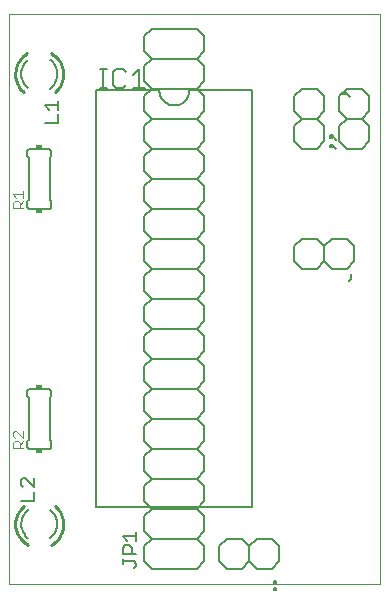
<source format=gto>
G75*
%MOIN*%
%OFA0B0*%
%FSLAX24Y24*%
%IPPOS*%
%LPD*%
%AMOC8*
5,1,8,0,0,1.08239X$1,22.5*
%
%ADD10C,0.0000*%
%ADD11C,0.0060*%
%ADD12C,0.0070*%
%ADD13C,0.0050*%
%ADD14C,0.0100*%
%ADD15C,0.0040*%
%ADD16R,0.0200X0.0150*%
D10*
X000130Y000487D02*
X000130Y019483D01*
X012500Y019483D01*
X012500Y000487D01*
X000130Y000487D01*
D11*
X000530Y002487D02*
X000532Y002534D01*
X000538Y002582D01*
X000547Y002628D01*
X000560Y002674D01*
X000576Y002718D01*
X000597Y002762D01*
X000620Y002803D01*
X000646Y002842D01*
X000676Y002879D01*
X000709Y002914D01*
X000744Y002946D01*
X000781Y002975D01*
X001730Y002487D02*
X001728Y002442D01*
X001723Y002396D01*
X001715Y002352D01*
X001703Y002308D01*
X001687Y002265D01*
X001669Y002223D01*
X001647Y002183D01*
X001623Y002145D01*
X001596Y002109D01*
X001566Y002074D01*
X001533Y002043D01*
X001498Y002013D01*
X001730Y002487D02*
X001728Y002532D01*
X001723Y002578D01*
X001715Y002622D01*
X001703Y002666D01*
X001687Y002709D01*
X001669Y002751D01*
X001647Y002791D01*
X001623Y002829D01*
X001596Y002865D01*
X001566Y002900D01*
X001533Y002931D01*
X001498Y002961D01*
X000530Y002487D02*
X000532Y002441D01*
X000537Y002395D01*
X000546Y002349D01*
X000558Y002304D01*
X000574Y002261D01*
X000593Y002219D01*
X000616Y002178D01*
X000641Y002139D01*
X000669Y002103D01*
X000700Y002068D01*
X000734Y002036D01*
X000770Y002007D01*
X000830Y004987D02*
X001430Y004987D01*
X001447Y004989D01*
X001464Y004993D01*
X001480Y005000D01*
X001494Y005010D01*
X001507Y005023D01*
X001517Y005037D01*
X001524Y005053D01*
X001528Y005070D01*
X001530Y005087D01*
X001530Y005237D01*
X001480Y005287D01*
X001480Y006687D01*
X001530Y006737D01*
X001530Y006887D01*
X001528Y006904D01*
X001524Y006921D01*
X001517Y006937D01*
X001507Y006951D01*
X001494Y006964D01*
X001480Y006974D01*
X001464Y006981D01*
X001447Y006985D01*
X001430Y006987D01*
X000830Y006987D01*
X000813Y006985D01*
X000796Y006981D01*
X000780Y006974D01*
X000766Y006964D01*
X000753Y006951D01*
X000743Y006937D01*
X000736Y006921D01*
X000732Y006904D01*
X000730Y006887D01*
X000730Y006737D01*
X000780Y006687D01*
X000780Y005287D01*
X000730Y005237D01*
X000730Y005087D01*
X000732Y005070D01*
X000736Y005053D01*
X000743Y005037D01*
X000753Y005023D01*
X000766Y005010D01*
X000780Y005000D01*
X000796Y004993D01*
X000813Y004989D01*
X000830Y004987D01*
X003030Y003037D02*
X003030Y016937D01*
X005130Y016937D01*
X004880Y016987D02*
X006380Y016987D01*
X006630Y016737D01*
X006630Y016237D01*
X006380Y015987D01*
X004880Y015987D01*
X004630Y016237D01*
X004630Y016737D01*
X004880Y016987D01*
X004630Y017237D01*
X004630Y017737D01*
X004880Y017987D01*
X006380Y017987D01*
X006630Y017737D01*
X006630Y017237D01*
X006380Y016987D01*
X006130Y016937D02*
X008230Y016937D01*
X008230Y003037D01*
X003030Y003037D01*
X004630Y003237D02*
X004630Y003737D01*
X004880Y003987D01*
X006380Y003987D01*
X006630Y004237D01*
X006630Y004737D01*
X006380Y004987D01*
X004880Y004987D01*
X004630Y005237D01*
X004630Y005737D01*
X004880Y005987D01*
X006380Y005987D01*
X006630Y006237D01*
X006630Y006737D01*
X006380Y006987D01*
X004880Y006987D01*
X004630Y007237D01*
X004630Y007737D01*
X004880Y007987D01*
X006380Y007987D01*
X006630Y007737D01*
X006630Y007237D01*
X006380Y006987D01*
X006380Y007987D02*
X006630Y008237D01*
X006630Y008737D01*
X006380Y008987D01*
X004880Y008987D01*
X004630Y009237D01*
X004630Y009737D01*
X004880Y009987D01*
X006380Y009987D01*
X006630Y009737D01*
X006630Y009237D01*
X006380Y008987D01*
X006380Y009987D02*
X006630Y010237D01*
X006630Y010737D01*
X006380Y010987D01*
X004880Y010987D01*
X004630Y011237D01*
X004630Y011737D01*
X004880Y011987D01*
X006380Y011987D01*
X006630Y011737D01*
X006630Y011237D01*
X006380Y010987D01*
X006380Y011987D02*
X006630Y012237D01*
X006630Y012737D01*
X006380Y012987D01*
X004880Y012987D01*
X004630Y013237D01*
X004630Y013737D01*
X004880Y013987D01*
X006380Y013987D01*
X006630Y013737D01*
X006630Y013237D01*
X006380Y012987D01*
X006380Y013987D02*
X006630Y014237D01*
X006630Y014737D01*
X006380Y014987D01*
X004880Y014987D01*
X004630Y015237D01*
X004630Y015737D01*
X004880Y015987D01*
X004880Y014987D02*
X004630Y014737D01*
X004630Y014237D01*
X004880Y013987D01*
X004880Y012987D02*
X004630Y012737D01*
X004630Y012237D01*
X004880Y011987D01*
X004880Y010987D02*
X004630Y010737D01*
X004630Y010237D01*
X004880Y009987D01*
X004880Y008987D02*
X004630Y008737D01*
X004630Y008237D01*
X004880Y007987D01*
X004880Y006987D02*
X004630Y006737D01*
X004630Y006237D01*
X004880Y005987D01*
X004880Y004987D02*
X004630Y004737D01*
X004630Y004237D01*
X004880Y003987D01*
X004630Y003237D02*
X004880Y002987D01*
X006380Y002987D01*
X006630Y003237D01*
X006630Y003737D01*
X006380Y003987D01*
X006380Y004987D02*
X006630Y005237D01*
X006630Y005737D01*
X006380Y005987D01*
X006380Y002987D02*
X006630Y002737D01*
X006630Y002237D01*
X006380Y001987D01*
X004880Y001987D01*
X004630Y002237D01*
X004630Y002737D01*
X004880Y002987D01*
X004880Y001987D02*
X004630Y001737D01*
X004630Y001237D01*
X004880Y000987D01*
X006380Y000987D01*
X006630Y001237D01*
X006630Y001737D01*
X006380Y001987D01*
X007130Y001737D02*
X007130Y001237D01*
X007380Y000987D01*
X007880Y000987D01*
X008130Y001237D01*
X008130Y001737D01*
X007880Y001987D01*
X007380Y001987D01*
X007130Y001737D01*
X008130Y001737D02*
X008380Y001987D01*
X008880Y001987D01*
X009130Y001737D01*
X009130Y001237D01*
X008880Y000987D01*
X008380Y000987D01*
X008130Y001237D01*
X009880Y010987D02*
X009630Y011237D01*
X009630Y011737D01*
X009880Y011987D01*
X010380Y011987D01*
X010630Y011737D01*
X010880Y011987D01*
X011380Y011987D01*
X011630Y011737D01*
X011630Y011237D01*
X011380Y010987D01*
X010880Y010987D01*
X010630Y011237D01*
X010380Y010987D01*
X009880Y010987D01*
X010630Y011237D02*
X010630Y011737D01*
X010380Y014987D02*
X009880Y014987D01*
X009630Y015237D01*
X009630Y015737D01*
X009880Y015987D01*
X009630Y016237D01*
X009630Y016737D01*
X009880Y016987D01*
X010380Y016987D01*
X010630Y016737D01*
X010630Y016237D01*
X010380Y015987D01*
X010630Y015737D01*
X010630Y015237D01*
X010380Y014987D01*
X010380Y015987D02*
X009880Y015987D01*
X011130Y016237D02*
X011130Y016737D01*
X011380Y016987D01*
X011880Y016987D01*
X012130Y016737D01*
X012130Y016237D01*
X011880Y015987D01*
X012130Y015737D01*
X012130Y015237D01*
X011880Y014987D01*
X011380Y014987D01*
X011130Y015237D01*
X011130Y015737D01*
X011380Y015987D01*
X011130Y016237D01*
X011380Y015987D02*
X011880Y015987D01*
X006630Y015737D02*
X006630Y015237D01*
X006380Y014987D01*
X006630Y015737D02*
X006380Y015987D01*
X006130Y016937D02*
X006128Y016893D01*
X006122Y016850D01*
X006113Y016808D01*
X006100Y016766D01*
X006083Y016726D01*
X006063Y016687D01*
X006040Y016650D01*
X006013Y016616D01*
X005984Y016583D01*
X005951Y016554D01*
X005917Y016527D01*
X005880Y016504D01*
X005841Y016484D01*
X005801Y016467D01*
X005759Y016454D01*
X005717Y016445D01*
X005674Y016439D01*
X005630Y016437D01*
X005586Y016439D01*
X005543Y016445D01*
X005501Y016454D01*
X005459Y016467D01*
X005419Y016484D01*
X005380Y016504D01*
X005343Y016527D01*
X005309Y016554D01*
X005276Y016583D01*
X005247Y016616D01*
X005220Y016650D01*
X005197Y016687D01*
X005177Y016726D01*
X005160Y016766D01*
X005147Y016808D01*
X005138Y016850D01*
X005132Y016893D01*
X005130Y016937D01*
X004880Y017987D02*
X004630Y018237D01*
X004630Y018737D01*
X004880Y018987D01*
X006380Y018987D01*
X006630Y018737D01*
X006630Y018237D01*
X006380Y017987D01*
X001530Y014887D02*
X001530Y014737D01*
X001480Y014687D01*
X001480Y013287D01*
X001530Y013237D01*
X001530Y013087D01*
X001528Y013070D01*
X001524Y013053D01*
X001517Y013037D01*
X001507Y013023D01*
X001494Y013010D01*
X001480Y013000D01*
X001464Y012993D01*
X001447Y012989D01*
X001430Y012987D01*
X000830Y012987D01*
X000813Y012989D01*
X000796Y012993D01*
X000780Y013000D01*
X000766Y013010D01*
X000753Y013023D01*
X000743Y013037D01*
X000736Y013053D01*
X000732Y013070D01*
X000730Y013087D01*
X000730Y013237D01*
X000780Y013287D01*
X000780Y014687D01*
X000730Y014737D01*
X000730Y014887D01*
X000732Y014904D01*
X000736Y014921D01*
X000743Y014937D01*
X000753Y014951D01*
X000766Y014964D01*
X000780Y014974D01*
X000796Y014981D01*
X000813Y014985D01*
X000830Y014987D01*
X001430Y014987D01*
X001447Y014985D01*
X001464Y014981D01*
X001480Y014974D01*
X001494Y014964D01*
X001507Y014951D01*
X001517Y014937D01*
X001524Y014921D01*
X001528Y014904D01*
X001530Y014887D01*
X000530Y017487D02*
X000532Y017532D01*
X000537Y017578D01*
X000545Y017622D01*
X000557Y017666D01*
X000573Y017709D01*
X000591Y017751D01*
X000613Y017791D01*
X000637Y017829D01*
X000664Y017865D01*
X000694Y017900D01*
X000727Y017931D01*
X000762Y017961D01*
X001730Y017487D02*
X001728Y017440D01*
X001722Y017392D01*
X001713Y017346D01*
X001700Y017300D01*
X001684Y017256D01*
X001663Y017212D01*
X001640Y017171D01*
X001614Y017132D01*
X001584Y017095D01*
X001551Y017060D01*
X001516Y017028D01*
X001479Y016999D01*
X001730Y017487D02*
X001728Y017533D01*
X001723Y017579D01*
X001714Y017625D01*
X001702Y017670D01*
X001686Y017713D01*
X001667Y017755D01*
X001644Y017796D01*
X001619Y017835D01*
X001591Y017871D01*
X001560Y017906D01*
X001526Y017938D01*
X001490Y017967D01*
X000530Y017487D02*
X000532Y017442D01*
X000537Y017396D01*
X000545Y017352D01*
X000557Y017308D01*
X000573Y017265D01*
X000591Y017223D01*
X000613Y017183D01*
X000637Y017145D01*
X000664Y017109D01*
X000694Y017074D01*
X000727Y017043D01*
X000762Y017013D01*
D12*
X003165Y017022D02*
X003375Y017022D01*
X003270Y017022D02*
X003270Y017652D01*
X003165Y017652D02*
X003375Y017652D01*
X003595Y017547D02*
X003595Y017127D01*
X003700Y017022D01*
X003910Y017022D01*
X004015Y017127D01*
X004239Y017022D02*
X004660Y017022D01*
X004449Y017022D02*
X004449Y017652D01*
X004239Y017442D01*
X004015Y017547D02*
X003910Y017652D01*
X003700Y017652D01*
X003595Y017547D01*
D13*
X001755Y016602D02*
X001755Y016301D01*
X001755Y016451D02*
X001305Y016451D01*
X001455Y016301D01*
X001755Y016141D02*
X001755Y015841D01*
X001305Y015841D01*
X000955Y004022D02*
X000955Y003722D01*
X000655Y004022D01*
X000580Y004022D01*
X000505Y003947D01*
X000505Y003797D01*
X000580Y003722D01*
X000955Y003562D02*
X000955Y003262D01*
X000505Y003262D01*
X003905Y002083D02*
X004355Y002083D01*
X004355Y002233D02*
X004355Y001932D01*
X004130Y001772D02*
X004205Y001697D01*
X004205Y001472D01*
X004355Y001472D02*
X003905Y001472D01*
X003905Y001697D01*
X003980Y001772D01*
X004130Y001772D01*
X004055Y001932D02*
X003905Y002083D01*
X003905Y001312D02*
X003905Y001162D01*
X003905Y001237D02*
X004280Y001237D01*
X004355Y001162D01*
X004355Y001087D01*
X004280Y001012D01*
X008955Y000592D02*
X008955Y000517D01*
X009030Y000517D01*
X009030Y000592D01*
X008955Y000592D01*
X008955Y000367D02*
X008955Y000292D01*
X009030Y000292D01*
X009030Y000367D01*
X008955Y000367D01*
X011455Y010592D02*
X011530Y010667D01*
X011530Y010817D01*
X011035Y014982D02*
X010885Y015132D01*
X010885Y015057D01*
X010810Y015057D01*
X010810Y015132D01*
X010885Y015132D01*
X011035Y015289D02*
X010885Y015439D01*
X010885Y015364D01*
X010810Y015364D01*
X010810Y015439D01*
X010885Y015439D01*
X011250Y016810D02*
X011325Y016810D01*
X011325Y016885D01*
X011250Y016885D01*
X011250Y016810D01*
X011325Y016885D02*
X011475Y016735D01*
D14*
X000613Y016876D02*
X000574Y016912D01*
X000536Y016951D01*
X000502Y016991D01*
X000470Y017034D01*
X000442Y017079D01*
X000416Y017126D01*
X000393Y017175D01*
X000374Y017225D01*
X000358Y017276D01*
X000346Y017328D01*
X000337Y017380D01*
X000332Y017434D01*
X000330Y017487D01*
X001506Y018193D02*
X001553Y018166D01*
X001598Y018136D01*
X001641Y018103D01*
X001681Y018067D01*
X001719Y018028D01*
X001754Y017987D01*
X001787Y017944D01*
X001816Y017899D01*
X001842Y017851D01*
X001865Y017802D01*
X001885Y017752D01*
X001901Y017701D01*
X001914Y017648D01*
X001923Y017595D01*
X001928Y017541D01*
X001930Y017487D01*
X000733Y018182D02*
X000685Y018152D01*
X000640Y018119D01*
X000597Y018083D01*
X000556Y018045D01*
X000519Y018003D01*
X000484Y017959D01*
X000453Y017913D01*
X000424Y017864D01*
X000400Y017814D01*
X000379Y017762D01*
X000361Y017708D01*
X000348Y017654D01*
X000338Y017599D01*
X000332Y017543D01*
X000330Y017487D01*
X001642Y016872D02*
X001682Y016908D01*
X001720Y016947D01*
X001755Y016988D01*
X001787Y017031D01*
X001817Y017076D01*
X001843Y017123D01*
X001865Y017172D01*
X001885Y017223D01*
X001901Y017274D01*
X001914Y017326D01*
X001923Y017380D01*
X001928Y017433D01*
X001930Y017487D01*
X000330Y002487D02*
X000332Y002433D01*
X000337Y002379D01*
X000346Y002326D01*
X000359Y002273D01*
X000375Y002222D01*
X000395Y002172D01*
X000418Y002123D01*
X000444Y002075D01*
X000473Y002030D01*
X000506Y001987D01*
X000541Y001946D01*
X000579Y001907D01*
X000619Y001871D01*
X000662Y001838D01*
X000707Y001808D01*
X000754Y001781D01*
X001527Y001792D02*
X001575Y001822D01*
X001620Y001855D01*
X001663Y001891D01*
X001704Y001929D01*
X001741Y001971D01*
X001776Y002015D01*
X001807Y002061D01*
X001836Y002110D01*
X001860Y002160D01*
X001881Y002212D01*
X001899Y002266D01*
X001912Y002320D01*
X001922Y002375D01*
X001928Y002431D01*
X001930Y002487D01*
X001928Y002540D01*
X001923Y002594D01*
X001914Y002646D01*
X001902Y002698D01*
X001886Y002749D01*
X001867Y002799D01*
X001844Y002848D01*
X001818Y002895D01*
X001790Y002940D01*
X001758Y002983D01*
X001724Y003023D01*
X001686Y003062D01*
X001647Y003098D01*
X000618Y003102D02*
X000578Y003066D01*
X000540Y003027D01*
X000505Y002986D01*
X000473Y002943D01*
X000443Y002898D01*
X000417Y002851D01*
X000395Y002802D01*
X000375Y002751D01*
X000359Y002700D01*
X000346Y002648D01*
X000337Y002594D01*
X000332Y002541D01*
X000330Y002487D01*
D15*
X000250Y005007D02*
X000250Y005182D01*
X000308Y005240D01*
X000425Y005240D01*
X000483Y005182D01*
X000483Y005007D01*
X000483Y005123D02*
X000600Y005240D01*
X000600Y005366D02*
X000366Y005599D01*
X000308Y005599D01*
X000250Y005541D01*
X000250Y005424D01*
X000308Y005366D01*
X000600Y005366D02*
X000600Y005599D01*
X000600Y005007D02*
X000250Y005007D01*
X000250Y013007D02*
X000250Y013182D01*
X000308Y013240D01*
X000425Y013240D01*
X000483Y013182D01*
X000483Y013007D01*
X000483Y013123D02*
X000600Y013240D01*
X000600Y013366D02*
X000600Y013599D01*
X000600Y013483D02*
X000250Y013483D01*
X000366Y013366D01*
X000250Y013007D02*
X000600Y013007D01*
D16*
X001130Y012912D03*
X001130Y015062D03*
X001130Y007062D03*
X001130Y004912D03*
M02*

</source>
